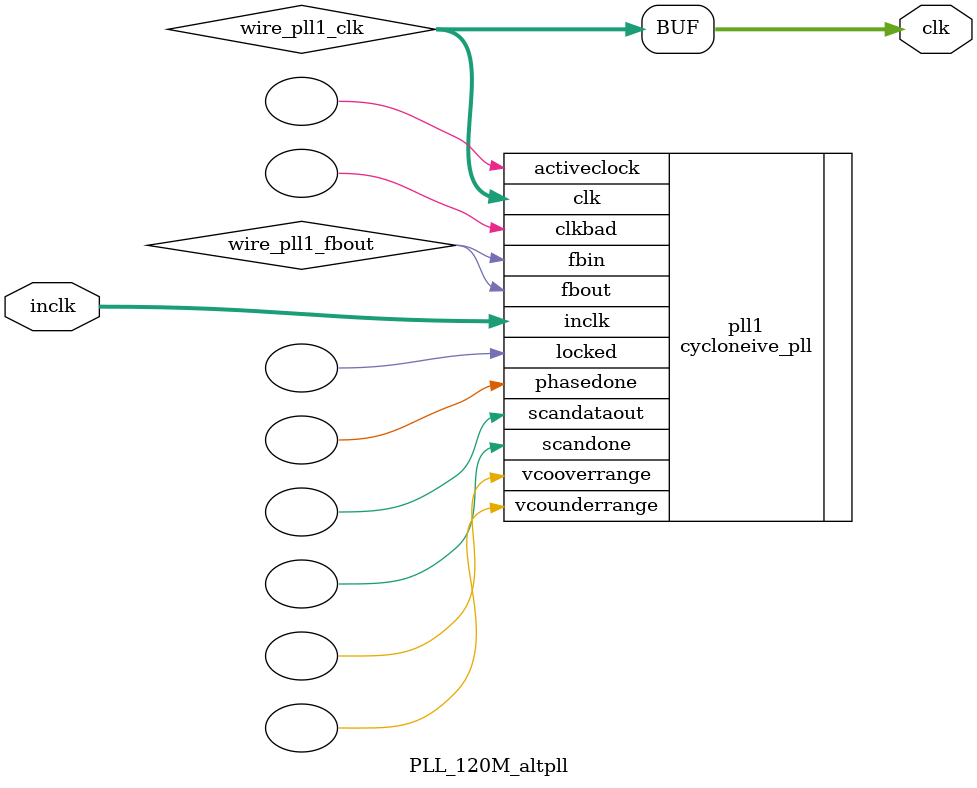
<source format=v>






//synthesis_resources = cycloneive_pll 1 
//synopsys translate_off
`timescale 1 ps / 1 ps
//synopsys translate_on
module  PLL_120M_altpll
	( 
	clk,
	inclk) /* synthesis synthesis_clearbox=1 */;
	output   [4:0]  clk;
	input   [1:0]  inclk;
`ifndef ALTERA_RESERVED_QIS
// synopsys translate_off
`endif
	tri0   [1:0]  inclk;
`ifndef ALTERA_RESERVED_QIS
// synopsys translate_on
`endif

	wire  [4:0]   wire_pll1_clk;
	wire  wire_pll1_fbout;

	cycloneive_pll   pll1
	( 
	.activeclock(),
	.clk(wire_pll1_clk),
	.clkbad(),
	.fbin(wire_pll1_fbout),
	.fbout(wire_pll1_fbout),
	.inclk(inclk),
	.locked(),
	.phasedone(),
	.scandataout(),
	.scandone(),
	.vcooverrange(),
	.vcounderrange()
	`ifndef FORMAL_VERIFICATION
	// synopsys translate_off
	`endif
	,
	.areset(1'b0),
	.clkswitch(1'b0),
	.configupdate(1'b0),
	.pfdena(1'b1),
	.phasecounterselect({3{1'b0}}),
	.phasestep(1'b0),
	.phaseupdown(1'b0),
	.scanclk(1'b0),
	.scanclkena(1'b1),
	.scandata(1'b0)
	`ifndef FORMAL_VERIFICATION
	// synopsys translate_on
	`endif
	);
	defparam
		pll1.bandwidth_type = "auto",
		pll1.clk0_divide_by = 3,
		pll1.clk0_duty_cycle = 0,
		pll1.clk0_multiply_by = 1,
		pll1.clk0_phase_shift = "0",
		pll1.compensate_clock = "clk0",
		pll1.inclk0_input_frequency = 25000,
		pll1.operation_mode = "normal",
		pll1.pll_type = "auto",
		pll1.lpm_type = "cycloneive_pll";
	assign
		clk = {wire_pll1_clk[4:0]};
endmodule //PLL_120M_altpll
//VALID FILE

</source>
